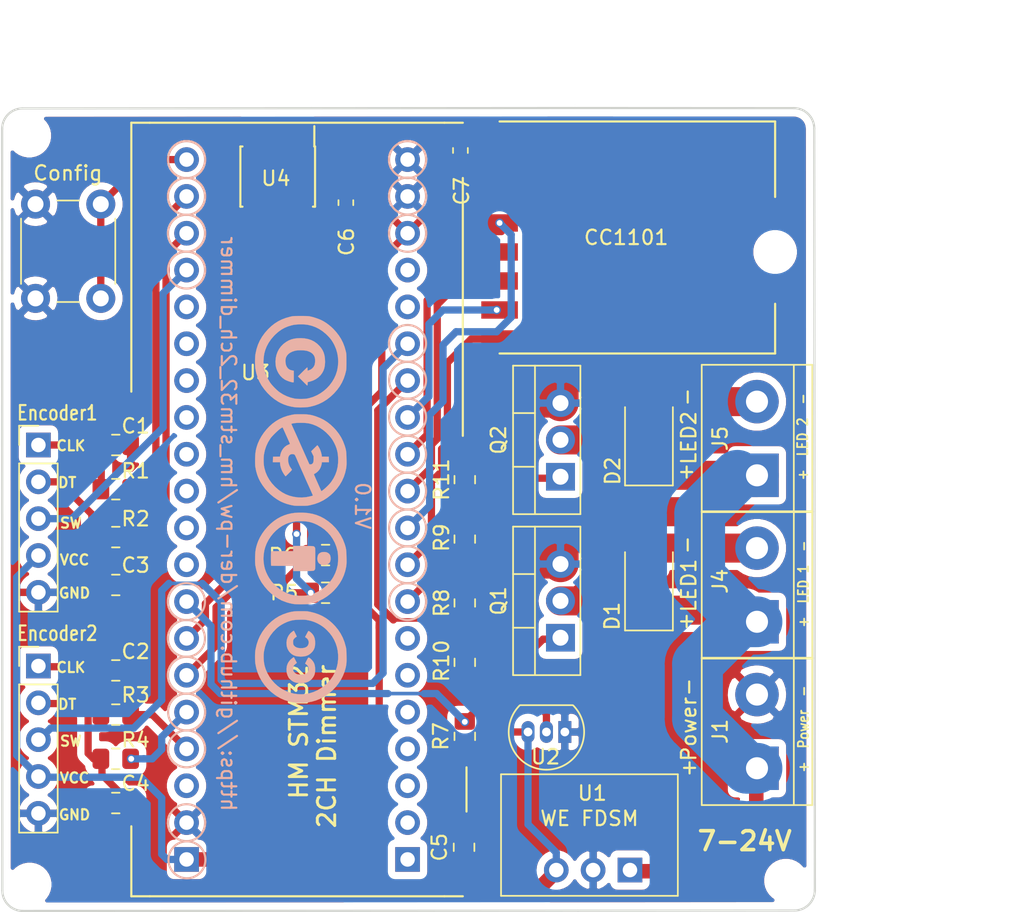
<source format=kicad_pcb>
(kicad_pcb (version 20171130) (host pcbnew "(5.1.2)-2")
  (layers (0 F.Cu signal) (31 B.Cu signal) (34 B.Paste user) (35 F.Paste user) (36 B.SilkS user) (37 F.SilkS user) (38 B.Mask user) (39 F.Mask user) (44 Edge.Cuts user))
  (net 0 "")
  (net 1 "Net-(C1-Pad1)")
  (net 2 GND)
  (net 3 "Net-(C2-Pad1)")
  (net 4 "Net-(C3-Pad1)")
  (net 5 "Net-(C4-Pad1)")
  (net 6 VCC)
  (net 7 "Net-(D1-Pad2)")
  (net 8 /MOSI)
  (net 9 /SCLK)
  (net 10 /MISO)
  (net 11 /GDO0)
  (net 12 /CSN)
  (net 13 /CLK1)
  (net 14 /DT1)
  (net 15 /SW1)
  (net 16 /CLK2)
  (net 17 /DT2)
  (net 18 /SW2)
  (net 19 /SDA)
  (net 20 /SCL)
  (net 21 /1WIRE)
  (net 22 /PWM1)
  (net 23 /PWM2)
  (net 24 "Net-(SW1-Pad2)")
  (net 25 +24V)
  (net 26 "Net-(D2-Pad2)")
  (net 27 "Net-(Q1-Pad1)")
  (net 28 "Net-(Q2-Pad1)")
  (net 29 "Net-(U5-Pad6)")
  (net 30 "Net-(U3-Pad3)")
  (net 31 "Net-(U3-Pad9)")
  (net 32 "Net-(U3-Pad10)")
  (net 33 "Net-(U3-Pad11)")
  (net 34 "Net-(U3-Pad12)")
  (net 35 "Net-(U3-Pad13)")
  (net 36 "Net-(U3-Pad14)")
  (net 37 "Net-(U3-Pad15)")
  (net 38 "Net-(U3-Pad16)")
  (net 39 "Net-(U3-Pad24)")
  (net 40 "Net-(U3-Pad25)")
  (net 41 "Net-(U3-Pad34)")
  (net 42 "Net-(U3-Pad35)")
  (net 43 "Net-(U3-Pad36)")
  (net 44 "Net-(U3-Pad37)")
  (net 45 "Net-(U3-Pad38)")
  (net 46 "Net-(U3-Pad39)")
  (net 47 "Net-(U3-Pad40)")
  (module Homebrew:CC_BY_NC_SA_40_26mm (layer B.Cu) (at 166 95.75 90)
    (fp_text reference G*** hide)
    (fp_text value LOGO hide)
  )
  (module MountingHole:MountingHole_2.1mm (layer F.Cu) (at 198.7 78)
    (fp_text reference REF** hide)
    (fp_text value MountingHole_2mm)
    (pad "" np_thru_hole circle (at 0 0) (size 2 2) (drill 2) (layers *.Cu *.Mask))
  )
  (module MountingHole:MountingHole_2.5mm (layer F.Cu) (at 199.45 121.35)
    (fp_text reference REF** hide)
    (fp_text value MountingHole_2mm hide)
    (pad "" np_thru_hole circle (at 0 0) (size 2 2) (drill 2) (layers *.Cu *.Mask))
  )
  (module MountingHole:MountingHole_2.5mm (layer F.Cu) (at 147.2692 69.977)
    (fp_text reference REF** hide)
    (fp_text value MountingHole_2mm hide)
    (pad "" np_thru_hole circle (at 0 0) (size 2 2) (drill 2) (layers *.Cu *.Mask))
  )
  (module MountingHole:MountingHole_2.5mm (layer F.Cu) (at 147.2946 121.6152)
    (fp_text reference REF** hide)
    (fp_text value MountingHole_2mm hide)
    (pad "" np_thru_hole circle (at 0 0) (size 2 2) (drill 2) (layers *.Cu *.Mask))
  )
  (module Homebrew:STM32F103Generic (layer F.Cu) (at 165.735 104.648 180)
    (fp_text reference U3 (at 2.865 18.328) (layer F.SilkS))
    (fp_text value STM32F103Generic)
    (pad 1 thru_hole rect (at 7.62 -15.24 180) (size 1.7 1.7) (drill 1) (layers *.Cu *.Mask) (net 6 VCC))
    (pad 2 thru_hole circle (at 7.62 -12.7 180) (size 1.7 1.7) (drill 1) (layers *.Cu *.Mask) (net 2 GND))
    (pad 3 thru_hole circle (at 7.62 -10.16 180) (size 1.7 1.7) (drill 1) (layers *.Cu *.Mask) (net 30 "Net-(U3-Pad3)"))
    (pad 4 thru_hole circle (at 7.62 -7.62 180) (size 1.7 1.7) (drill 1) (layers *.Cu *.Mask) (net 16 /CLK2))
    (pad 5 thru_hole circle (at 7.62 -5.08 180) (size 1.7 1.7) (drill 1) (layers *.Cu *.Mask) (net 17 /DT2))
    (pad 6 thru_hole circle (at 7.62 -2.54 180) (size 1.7 1.7) (drill 1) (layers *.Cu *.Mask) (net 19 /SDA))
    (pad 7 thru_hole circle (at 7.62 0 180) (size 1.7 1.7) (drill 1) (layers *.Cu *.Mask) (net 20 /SCL))
    (pad 8 thru_hole circle (at 7.62 2.54 180) (size 1.7 1.7) (drill 1) (layers *.Cu *.Mask) (net 21 /1WIRE))
    (pad 9 thru_hole circle (at 7.62 5.08 180) (size 1.7 1.7) (drill 1) (layers *.Cu *.Mask) (net 31 "Net-(U3-Pad9)"))
    (pad 10 thru_hole circle (at 7.62 7.62 180) (size 1.7 1.7) (drill 1) (layers *.Cu *.Mask) (net 32 "Net-(U3-Pad10)"))
    (pad 11 thru_hole circle (at 7.62 10.16 180) (size 1.7 1.7) (drill 1) (layers *.Cu *.Mask) (net 33 "Net-(U3-Pad11)"))
    (pad 12 thru_hole circle (at 7.62 12.7 180) (size 1.7 1.7) (drill 1) (layers *.Cu *.Mask) (net 34 "Net-(U3-Pad12)"))
    (pad 13 thru_hole circle (at 7.62 15.24 180) (size 1.7 1.7) (drill 1) (layers *.Cu *.Mask) (net 35 "Net-(U3-Pad13)"))
    (pad 14 thru_hole circle (at 7.62 17.78 180) (size 1.7 1.7) (drill 1) (layers *.Cu *.Mask) (net 36 "Net-(U3-Pad14)"))
    (pad 15 thru_hole circle (at 7.62 20.32 180) (size 1.7 1.7) (drill 1) (layers *.Cu *.Mask) (net 37 "Net-(U3-Pad15)"))
    (pad 16 thru_hole circle (at 7.62 22.86 180) (size 1.7 1.7) (drill 1) (layers *.Cu *.Mask) (net 38 "Net-(U3-Pad16)"))
    (pad 17 thru_hole circle (at 7.62 25.4 180) (size 1.7 1.7) (drill 1) (layers *.Cu *.Mask) (net 15 /SW1))
    (pad 18 thru_hole circle (at 7.62 27.94 180) (size 1.7 1.7) (drill 1) (layers *.Cu *.Mask) (net 14 /DT1))
    (pad 19 thru_hole circle (at 7.62 30.48 180) (size 1.7 1.7) (drill 1) (layers *.Cu *.Mask) (net 13 /CLK1))
    (pad 20 thru_hole circle (at 7.62 33.02 180) (size 1.7 1.7) (drill 1) (layers *.Cu *.Mask) (net 24 "Net-(SW1-Pad2)"))
    (pad 21 thru_hole circle (at -7.62 33.02 180) (size 1.7 1.7) (drill 1) (layers *.Cu *.Mask) (net 2 GND))
    (pad 22 thru_hole circle (at -7.62 30.48 180) (size 1.7 1.7) (drill 1) (layers *.Cu *.Mask) (net 2 GND))
    (pad 23 thru_hole circle (at -7.62 27.94 180) (size 1.7 1.7) (drill 1) (layers *.Cu *.Mask) (net 6 VCC))
    (pad 24 thru_hole circle (at -7.62 25.4 180) (size 1.7 1.7) (drill 1) (layers *.Cu *.Mask) (net 39 "Net-(U3-Pad24)"))
    (pad 25 thru_hole circle (at -7.62 22.86 180) (size 1.7 1.7) (drill 1) (layers *.Cu *.Mask) (net 40 "Net-(U3-Pad25)"))
    (pad 26 thru_hole circle (at -7.62 20.32 180) (size 1.7 1.7) (drill 1) (layers *.Cu *.Mask) (net 18 /SW2))
    (pad 27 thru_hole circle (at -7.62 17.78 180) (size 1.7 1.7) (drill 1) (layers *.Cu *.Mask) (net 22 /PWM1))
    (pad 28 thru_hole circle (at -7.62 15.24 180) (size 1.7 1.7) (drill 1) (layers *.Cu *.Mask) (net 11 /GDO0))
    (pad 29 thru_hole circle (at -7.62 12.7 180) (size 1.7 1.7) (drill 1) (layers *.Cu *.Mask) (net 8 /MOSI))
    (pad 30 thru_hole circle (at -7.62 10.16 180) (size 1.7 1.7) (drill 1) (layers *.Cu *.Mask) (net 10 /MISO))
    (pad 31 thru_hole circle (at -7.62 7.62 180) (size 1.7 1.7) (drill 1) (layers *.Cu *.Mask) (net 9 /SCLK))
    (pad 32 thru_hole circle (at -7.62 5.08 180) (size 1.7 1.7) (drill 1) (layers *.Cu *.Mask) (net 12 /CSN))
    (pad 33 thru_hole circle (at -7.62 2.54 180) (size 1.7 1.7) (drill 1) (layers *.Cu *.Mask) (net 23 /PWM2))
    (pad 34 thru_hole circle (at -7.62 0 180) (size 1.7 1.7) (drill 1) (layers *.Cu *.Mask) (net 41 "Net-(U3-Pad34)"))
    (pad 35 thru_hole circle (at -7.62 -2.54 180) (size 1.7 1.7) (drill 1) (layers *.Cu *.Mask) (net 42 "Net-(U3-Pad35)"))
    (pad 36 thru_hole circle (at -7.62 -5.08 180) (size 1.7 1.7) (drill 1) (layers *.Cu *.Mask) (net 43 "Net-(U3-Pad36)"))
    (pad 37 thru_hole circle (at -7.62 -7.62 180) (size 1.7 1.7) (drill 1) (layers *.Cu *.Mask) (net 44 "Net-(U3-Pad37)"))
    (pad 38 thru_hole circle (at -7.62 -10.16 180) (size 1.7 1.7) (drill 1) (layers *.Cu *.Mask) (net 45 "Net-(U3-Pad38)"))
    (pad 39 thru_hole circle (at -7.62 -12.7 180) (size 1.7 1.7) (drill 1) (layers *.Cu *.Mask) (net 46 "Net-(U3-Pad39)"))
    (pad 40 thru_hole rect (at -7.62 -15.24 180) (size 1.7 1.7) (drill 1) (layers *.Cu *.Mask) (net 47 "Net-(U3-Pad40)"))
  )
  (module Homebrew:CC1101_Module (layer F.Cu) (at 189.7 77 270)
    (fp_text reference U5 hide)
    (fp_text value CC1101 (at 0 1.27) (layer F.SilkS))
    (pad 1 smd rect (at -7 10 270) (size 1.2 2.524) (layers F.Cu F.Paste F.Mask) (net 6 VCC))
    (pad 2 smd rect (at -5 10 270) (size 1.2 2.524) (layers F.Cu F.Paste F.Mask) (net 2 GND))
    (pad 3 smd rect (at -3 10 270) (size 1.2 2.524) (layers F.Cu F.Paste F.Mask) (net 8 /MOSI))
    (pad 4 smd rect (at -1 10 270) (size 1.2 2.524) (layers F.Cu F.Paste F.Mask) (net 9 /SCLK))
    (pad 5 smd rect (at 1 10 270) (size 1.2 2.524) (layers F.Cu F.Paste F.Mask) (net 10 /MISO))
    (pad 6 smd rect (at 3 10 270) (size 1.2 2.524) (layers F.Cu F.Paste F.Mask) (net 29 "Net-(U5-Pad6)"))
    (pad 7 smd rect (at 5 10 270) (size 1.2 2.524) (layers F.Cu F.Paste F.Mask) (net 11 /GDO0))
    (pad 8 smd rect (at 7 10 270) (size 1.2 2.524) (layers F.Cu F.Paste F.Mask) (net 12 /CSN))
    (pad 10 smd rect (at -1.5 -9 270) (size 1.2 2.524) (layers F.Cu F.Paste F.Mask) (net 2 GND))
    (pad 11 smd rect (at 3.5 -9 270) (size 1.2 2.524) (layers F.Cu F.Paste F.Mask) (net 2 GND))
  )
  (module Homebrew:WE_FDSM_173950378 (layer F.Cu) (at 188.69 120.62 270)
    (fp_text reference U1 (at -5.3 2.6) (layer F.SilkS))
    (fp_text value 173950378)
    (fp_text user "WE FDSM" (at -3.556 2.794) (layer F.SilkS))
    (pad 3 thru_hole oval (at 0 5.08 270) (size 1.7 1.7) (drill 1) (layers *.Cu *.Mask) (net 6 VCC))
    (pad 2 thru_hole oval (at 0 2.54 270) (size 1.7 1.7) (drill 1) (layers *.Cu *.Mask) (net 2 GND))
    (pad 1 thru_hole rect (at 0 0 270) (size 1.7 1.7) (drill 1) (layers *.Cu *.Mask) (net 25 +24V))
  )
  (module Button_Switch_THT:SW_PUSH_6mm_H4.3mm (layer F.Cu) (at 147.7 81.2 90)
    (fp_text reference SW1 hide)
    (fp_text value Config (at 8.64 2.23 180) (layer F.SilkS))
    (pad 1 thru_hole circle (at 6.5 0 180) (size 2 2) (drill 1.1) (layers *.Cu *.Mask) (net 2 GND))
    (pad 2 thru_hole circle (at 6.5 4.5 180) (size 2 2) (drill 1.1) (layers *.Cu *.Mask) (net 24 "Net-(SW1-Pad2)"))
    (pad 1 thru_hole circle (at 0 0 180) (size 2 2) (drill 1.1) (layers *.Cu *.Mask) (net 2 GND))
    (pad 2 thru_hole circle (at 0 4.5 180) (size 2 2) (drill 1.1) (layers *.Cu *.Mask) (net 24 "Net-(SW1-Pad2)"))
  )
  (module Capacitor_SMD:C_0805_2012Metric_Pad1.15x1.40mm_HandSolder (layer F.Cu) (at 177.25 119.05 90)
    (fp_text reference C5 (at 0 -1.7 90) (layer F.SilkS))
    (fp_text value 10µ)
    (pad 1 smd roundrect (at -1.025 0 90) (size 1.15 1.4) (layers F.Cu F.Paste F.Mask) (roundrect_rratio 0.217391) (net 6 VCC))
    (pad 2 smd roundrect (at 1.025 0 90) (size 1.15 1.4) (layers F.Cu F.Paste F.Mask) (roundrect_rratio 0.217391) (net 2 GND))
  )
  (module Terminal_Blocks:TerminalBlock_bornier-2_P5.08mm (layer F.Cu) (at 197.45 93.4 90)
    (fp_text reference J5 (at 2.54 -2.54 90) (layer F.SilkS))
    (fp_text value LED2 (at 2.58 -4.7 90) (layer F.SilkS))
    (pad 1 thru_hole rect (at 0 0 90) (size 3 3) (drill 1.52) (layers *.Cu *.Mask) (net 25 +24V))
    (pad 2 thru_hole circle (at 5.08 0 90) (size 3 3) (drill 1.52) (layers *.Cu *.Mask) (net 26 "Net-(D2-Pad2)"))
  )
  (module Terminal_Blocks:TerminalBlock_bornier-2_P5.08mm (layer F.Cu) (at 197.45 113.6 90)
    (fp_text reference J1 (at 2.54 -2.54 90) (layer F.SilkS))
    (fp_text value Power (at 2.7 -4.7 90) (layer F.SilkS))
    (pad 1 thru_hole rect (at 0 0 90) (size 3 3) (drill 1.52) (layers *.Cu *.Mask) (net 25 +24V))
    (pad 2 thru_hole circle (at 5.08 0 90) (size 3 3) (drill 1.52) (layers *.Cu *.Mask) (net 2 GND))
  )
  (module Terminal_Blocks:TerminalBlock_bornier-2_P5.08mm (layer F.Cu) (at 197.45 103.5 90)
    (fp_text reference J4 (at 2.794 -2.54 90) (layer F.SilkS))
    (fp_text value LED1 (at 2.5 -4.7 90) (layer F.SilkS))
    (pad 1 thru_hole rect (at 0 0 90) (size 3 3) (drill 1.52) (layers *.Cu *.Mask) (net 25 +24V))
    (pad 2 thru_hole circle (at 5.08 0 90) (size 3 3) (drill 1.52) (layers *.Cu *.Mask) (net 7 "Net-(D1-Pad2)"))
  )
  (module Diodes_SMD:D_SMA (layer F.Cu) (at 190 90.7 90)
    (fp_text reference D2 (at -2.4 -2.5 90) (layer F.SilkS))
    (fp_text value SS14)
    (pad 1 smd rect (at -2 0 90) (size 2.5 1.8) (layers F.Cu F.Paste F.Mask) (net 25 +24V))
    (pad 2 smd rect (at 2 0 90) (size 2.5 1.8) (layers F.Cu F.Paste F.Mask) (net 26 "Net-(D2-Pad2)"))
  )
  (module Resistor_SMD:R_0805_2012Metric_Pad1.15x1.40mm_HandSolder (layer F.Cu) (at 167.7 101.5 180)
    (fp_text reference R5 (at 2.85 0 180) (layer F.SilkS))
    (fp_text value 4k7)
    (pad 2 smd roundrect (at 1.025 0 180) (size 1.15 1.4) (layers F.Cu F.Paste F.Mask) (roundrect_rratio 0.217391) (net 19 /SDA))
    (pad 1 smd roundrect (at -1.025 0 180) (size 1.15 1.4) (layers F.Cu F.Paste F.Mask) (roundrect_rratio 0.217391) (net 6 VCC))
  )
  (module Resistor_SMD:R_0805_2012Metric_Pad1.15x1.40mm_HandSolder (layer F.Cu) (at 167.7 98.9 180)
    (fp_text reference R6 (at 2.95 -0.05) (layer F.SilkS))
    (fp_text value 4k7)
    (pad 1 smd roundrect (at -1.025 0 180) (size 1.15 1.4) (layers F.Cu F.Paste F.Mask) (roundrect_rratio 0.217391) (net 6 VCC))
    (pad 2 smd roundrect (at 1.025 0 180) (size 1.15 1.4) (layers F.Cu F.Paste F.Mask) (roundrect_rratio 0.217391) (net 20 /SCL))
  )
  (module Resistor_SMD:R_0805_2012Metric_Pad1.15x1.40mm_HandSolder (layer F.Cu) (at 177.3 111.4 90)
    (fp_text reference R7 (at 0 -1.65 90) (layer F.SilkS))
    (fp_text value 4k7)
    (pad 1 smd roundrect (at -1.025 0 90) (size 1.15 1.4) (layers F.Cu F.Paste F.Mask) (roundrect_rratio 0.217391) (net 6 VCC))
    (pad 2 smd roundrect (at 1.025 0 90) (size 1.15 1.4) (layers F.Cu F.Paste F.Mask) (roundrect_rratio 0.217391) (net 21 /1WIRE))
  )
  (module Housings_SOIC:SOIC-8_3.9x4.9mm_Pitch1.27mm (layer F.Cu) (at 164.4 72.8 270)
    (fp_text reference U4 (at 0.127 0.127) (layer F.SilkS))
    (fp_text value AT24CS32)
    (pad 1 smd rect (at -2.7 -1.905 270) (size 1.55 0.6) (layers F.Cu F.Paste F.Mask) (net 2 GND))
    (pad 2 smd rect (at -2.7 -0.635 270) (size 1.55 0.6) (layers F.Cu F.Paste F.Mask) (net 2 GND))
    (pad 3 smd rect (at -2.7 0.635 270) (size 1.55 0.6) (layers F.Cu F.Paste F.Mask) (net 2 GND))
    (pad 4 smd rect (at -2.7 1.905 270) (size 1.55 0.6) (layers F.Cu F.Paste F.Mask) (net 2 GND))
    (pad 5 smd rect (at 2.7 1.905 270) (size 1.55 0.6) (layers F.Cu F.Paste F.Mask) (net 19 /SDA))
    (pad 6 smd rect (at 2.7 0.635 270) (size 1.55 0.6) (layers F.Cu F.Paste F.Mask) (net 20 /SCL))
    (pad 7 smd rect (at 2.7 -0.635 270) (size 1.55 0.6) (layers F.Cu F.Paste F.Mask) (net 2 GND))
    (pad 8 smd rect (at 2.7 -1.905 270) (size 1.55 0.6) (layers F.Cu F.Paste F.Mask) (net 6 VCC))
  )
  (module Diodes_SMD:D_SMA (layer F.Cu) (at 190 100.7 90)
    (fp_text reference D1 (at -2.413 -2.54 90) (layer F.SilkS))
    (fp_text value SS14)
    (pad 1 smd rect (at -2 0 90) (size 2.5 1.8) (layers F.Cu F.Paste F.Mask) (net 25 +24V))
    (pad 2 smd rect (at 2 0 90) (size 2.5 1.8) (layers F.Cu F.Paste F.Mask) (net 7 "Net-(D1-Pad2)"))
  )
  (module Pin_Headers:Pin_Header_Straight_1x05_Pitch2.54mm (layer F.Cu) (at 147.898 91.31)
    (fp_text reference J2 hide)
    (fp_text value Encoder1 (at 1.302 -2.21) (layer F.SilkS) (effects (font (size 1 0.8))))
    (pad 1 thru_hole rect (at 0 0) (size 1.7 1.7) (drill 1) (layers *.Cu *.Mask) (net 1 "Net-(C1-Pad1)"))
    (pad 2 thru_hole oval (at 0 2.54) (size 1.7 1.7) (drill 1) (layers *.Cu *.Mask) (net 4 "Net-(C3-Pad1)"))
    (pad 3 thru_hole oval (at 0 5.08) (size 1.7 1.7) (drill 1) (layers *.Cu *.Mask) (net 15 /SW1))
    (pad 4 thru_hole oval (at 0 7.62) (size 1.7 1.7) (drill 1) (layers *.Cu *.Mask) (net 6 VCC))
    (pad 5 thru_hole oval (at 0 10.16) (size 1.7 1.7) (drill 1) (layers *.Cu *.Mask) (net 2 GND))
  )
  (module Pin_Headers:Pin_Header_Straight_1x05_Pitch2.54mm (layer F.Cu) (at 147.898 106.55)
    (fp_text reference J3 hide)
    (fp_text value Encoder2 (at 1.302 -2.25 180) (layer F.SilkS) (effects (font (size 1 0.8))))
    (pad 1 thru_hole rect (at 0 0) (size 1.7 1.7) (drill 1) (layers *.Cu *.Mask) (net 3 "Net-(C2-Pad1)"))
    (pad 2 thru_hole oval (at 0 2.54) (size 1.7 1.7) (drill 1) (layers *.Cu *.Mask) (net 5 "Net-(C4-Pad1)"))
    (pad 3 thru_hole oval (at 0 5.08) (size 1.7 1.7) (drill 1) (layers *.Cu *.Mask) (net 18 /SW2))
    (pad 4 thru_hole oval (at 0 7.62) (size 1.7 1.7) (drill 1) (layers *.Cu *.Mask) (net 6 VCC))
    (pad 5 thru_hole oval (at 0 10.16) (size 1.7 1.7) (drill 1) (layers *.Cu *.Mask) (net 2 GND))
  )
  (module TO_SOT_Packages_THT:TO-92_Inline_Narrow_Oval (layer F.Cu) (at 184.2 111.1 180)
    (fp_text reference U2 (at 1.3335 -1.7145 180) (layer F.SilkS))
    (fp_text value DS18B20)
    (pad 2 thru_hole oval (at 1.27 0) (size 0.9 1.5) (drill 0.6) (layers *.Cu *.Mask) (net 21 /1WIRE))
    (pad 3 thru_hole oval (at 2.54 0) (size 0.9 1.5) (drill 0.6) (layers *.Cu *.Mask) (net 6 VCC))
    (pad 1 thru_hole rect (at 0 0) (size 0.9 1.5) (drill 0.6) (layers *.Cu *.Mask) (net 2 GND))
  )
  (module Capacitor_SMD:C_0805_2012Metric_Pad1.15x1.40mm_HandSolder (layer F.Cu) (at 153.232 91.31)
    (fp_text reference C1 (at 1.368 -1.31) (layer F.SilkS))
    (fp_text value 100n)
    (pad 1 smd roundrect (at -1.025 0) (size 1.15 1.4) (layers F.Cu F.Paste F.Mask) (roundrect_rratio 0.217391) (net 1 "Net-(C1-Pad1)"))
    (pad 2 smd roundrect (at 1.025 0) (size 1.15 1.4) (layers F.Cu F.Paste F.Mask) (roundrect_rratio 0.217391) (net 2 GND))
  )
  (module Capacitor_SMD:C_0805_2012Metric_Pad1.15x1.40mm_HandSolder (layer F.Cu) (at 153.232 106.854)
    (fp_text reference C2 (at 1.368 -1.304) (layer F.SilkS))
    (fp_text value 100n)
    (pad 1 smd roundrect (at -1.025 0) (size 1.15 1.4) (layers F.Cu F.Paste F.Mask) (roundrect_rratio 0.217391) (net 3 "Net-(C2-Pad1)"))
    (pad 2 smd roundrect (at 1.025 0) (size 1.15 1.4) (layers F.Cu F.Paste F.Mask) (roundrect_rratio 0.217391) (net 2 GND))
  )
  (module Capacitor_SMD:C_0805_2012Metric_Pad1.15x1.40mm_HandSolder (layer F.Cu) (at 153.232 100.962 180)
    (fp_text reference C3 (at -1.368 1.362) (layer F.SilkS))
    (fp_text value 100n)
    (pad 2 smd roundrect (at 1.025 0 180) (size 1.15 1.4) (layers F.Cu F.Paste F.Mask) (roundrect_rratio 0.217391) (net 2 GND))
    (pad 1 smd roundrect (at -1.025 0 180) (size 1.15 1.4) (layers F.Cu F.Paste F.Mask) (roundrect_rratio 0.217391) (net 4 "Net-(C3-Pad1)"))
  )
  (module Capacitor_SMD:C_0805_2012Metric_Pad1.15x1.40mm_HandSolder (layer F.Cu) (at 153.232 115.998 180)
    (fp_text reference C4 (at -1.368 1.348) (layer F.SilkS))
    (fp_text value 100n)
    (pad 2 smd roundrect (at 1.025 0 180) (size 1.15 1.4) (layers F.Cu F.Paste F.Mask) (roundrect_rratio 0.217391) (net 2 GND))
    (pad 1 smd roundrect (at -1.025 0 180) (size 1.15 1.4) (layers F.Cu F.Paste F.Mask) (roundrect_rratio 0.217391) (net 5 "Net-(C4-Pad1)"))
  )
  (module Resistor_SMD:R_0805_2012Metric_Pad1.15x1.40mm_HandSolder (layer F.Cu) (at 153.232 94.358 180)
    (fp_text reference R1 (at -1.368 1.258) (layer F.SilkS))
    (fp_text value 10k)
    (pad 1 smd roundrect (at -1.025 0 180) (size 1.15 1.4) (layers F.Cu F.Paste F.Mask) (roundrect_rratio 0.217391) (net 13 /CLK1))
    (pad 2 smd roundrect (at 1.025 0 180) (size 1.15 1.4) (layers F.Cu F.Paste F.Mask) (roundrect_rratio 0.217391) (net 1 "Net-(C1-Pad1)"))
  )
  (module Resistor_SMD:R_0805_2012Metric_Pad1.15x1.40mm_HandSolder (layer F.Cu) (at 153.232 97.66 180)
    (fp_text reference R2 (at -1.368 1.26) (layer F.SilkS))
    (fp_text value 10k)
    (pad 2 smd roundrect (at 1.025 0 180) (size 1.15 1.4) (layers F.Cu F.Paste F.Mask) (roundrect_rratio 0.217391) (net 4 "Net-(C3-Pad1)"))
    (pad 1 smd roundrect (at -1.025 0 180) (size 1.15 1.4) (layers F.Cu F.Paste F.Mask) (roundrect_rratio 0.217391) (net 14 /DT1))
  )
  (module Resistor_SMD:R_0805_2012Metric_Pad1.15x1.40mm_HandSolder (layer F.Cu) (at 153.232 109.902 180)
    (fp_text reference R3 (at -1.368 1.352) (layer F.SilkS))
    (fp_text value 10k)
    (pad 1 smd roundrect (at -1.025 0 180) (size 1.15 1.4) (layers F.Cu F.Paste F.Mask) (roundrect_rratio 0.217391) (net 16 /CLK2))
    (pad 2 smd roundrect (at 1.025 0 180) (size 1.15 1.4) (layers F.Cu F.Paste F.Mask) (roundrect_rratio 0.217391) (net 3 "Net-(C2-Pad1)"))
  )
  (module Resistor_SMD:R_0805_2012Metric_Pad1.15x1.40mm_HandSolder (layer F.Cu) (at 153.232 112.95 180)
    (fp_text reference R4 (at -1.368 1.3) (layer F.SilkS))
    (fp_text value 10k)
    (pad 2 smd roundrect (at 1.025 0 180) (size 1.15 1.4) (layers F.Cu F.Paste F.Mask) (roundrect_rratio 0.217391) (net 5 "Net-(C4-Pad1)"))
    (pad 1 smd roundrect (at -1.025 0 180) (size 1.15 1.4) (layers F.Cu F.Paste F.Mask) (roundrect_rratio 0.217391) (net 17 /DT2))
  )
  (module Resistor_SMD:R_0805_2012Metric_Pad1.15x1.40mm_HandSolder (layer F.Cu) (at 177.3 102.2 90)
    (fp_text reference R8 (at 0 -1.6 90) (layer F.SilkS))
    (fp_text value 100R)
    (pad 2 smd roundrect (at 1.025 0 90) (size 1.15 1.4) (layers F.Cu F.Paste F.Mask) (roundrect_rratio 0.217391) (net 22 /PWM1))
    (pad 1 smd roundrect (at -1.025 0 90) (size 1.15 1.4) (layers F.Cu F.Paste F.Mask) (roundrect_rratio 0.217391) (net 27 "Net-(Q1-Pad1)"))
  )
  (module Resistor_SMD:R_0805_2012Metric_Pad1.15x1.40mm_HandSolder (layer F.Cu) (at 177.3 106.3 90)
    (fp_text reference R10 (at 0.1 -1.6 90) (layer F.SilkS))
    (fp_text value 100k)
    (pad 1 smd roundrect (at -1.025 0 90) (size 1.15 1.4) (layers F.Cu F.Paste F.Mask) (roundrect_rratio 0.217391) (net 2 GND))
    (pad 2 smd roundrect (at 1.025 0 90) (size 1.15 1.4) (layers F.Cu F.Paste F.Mask) (roundrect_rratio 0.217391) (net 27 "Net-(Q1-Pad1)"))
  )
  (module Resistor_SMD:R_0805_2012Metric_Pad1.15x1.40mm_HandSolder (layer F.Cu) (at 177.3 97.8 270)
    (fp_text reference R9 (at -0.1 1.6 90) (layer F.SilkS))
    (fp_text value 100R)
    (pad 2 smd roundrect (at 1.025 0 270) (size 1.15 1.4) (layers F.Cu F.Paste F.Mask) (roundrect_rratio 0.217391) (net 23 /PWM2))
    (pad 1 smd roundrect (at -1.025 0 270) (size 1.15 1.4) (layers F.Cu F.Paste F.Mask) (roundrect_rratio 0.217391) (net 28 "Net-(Q2-Pad1)"))
  )
  (module Resistor_SMD:R_0805_2012Metric_Pad1.15x1.40mm_HandSolder (layer F.Cu) (at 177.3 93.7 270)
    (fp_text reference R11 (at 0 1.6 90) (layer F.SilkS))
    (fp_text value 100k)
    (pad 1 smd roundrect (at -1.025 0 270) (size 1.15 1.4) (layers F.Cu F.Paste F.Mask) (roundrect_rratio 0.217391) (net 2 GND))
    (pad 2 smd roundrect (at 1.025 0 270) (size 1.15 1.4) (layers F.Cu F.Paste F.Mask) (roundrect_rratio 0.217391) (net 28 "Net-(Q2-Pad1)"))
  )
  (module Package_TO_SOT_THT:TO-220-3_Vertical (layer F.Cu) (at 183.9 104.6 90)
    (fp_text reference Q1 (at 2.54 -4.27 90) (layer F.SilkS))
    (fp_text value IRF3708)
    (pad 3 thru_hole oval (at 5.08 0 90) (size 1.905 2) (drill 1.1) (layers *.Cu *.Mask) (net 2 GND))
    (pad 2 thru_hole oval (at 2.54 0 90) (size 1.905 2) (drill 1.1) (layers *.Cu *.Mask) (net 7 "Net-(D1-Pad2)"))
    (pad 1 thru_hole rect (at 0 0 90) (size 1.905 2) (drill 1.1) (layers *.Cu *.Mask) (net 27 "Net-(Q1-Pad1)"))
  )
  (module Package_TO_SOT_THT:TO-220-3_Vertical (layer F.Cu) (at 183.9 93.5 90)
    (fp_text reference Q2 (at 2.54 -4.27 90) (layer F.SilkS))
    (fp_text value IRF3708)
    (pad 1 thru_hole rect (at 0 0 90) (size 1.905 2) (drill 1.1) (layers *.Cu *.Mask) (net 28 "Net-(Q2-Pad1)"))
    (pad 2 thru_hole oval (at 2.54 0 90) (size 1.905 2) (drill 1.1) (layers *.Cu *.Mask) (net 26 "Net-(D2-Pad2)"))
    (pad 3 thru_hole oval (at 5.08 0 90) (size 1.905 2) (drill 1.1) (layers *.Cu *.Mask) (net 2 GND))
  )
  (module Capacitor_SMD:C_0603_1608Metric_Pad1.05x0.95mm_HandSolder (layer F.Cu) (at 177 71 270)
    (fp_text reference C7 (at 2.81 -0.08 90) (layer F.SilkS))
    (fp_text value 100n)
    (pad 1 smd roundrect (at -0.875 0 270) (size 1.05 0.95) (layers F.Cu F.Paste F.Mask) (net 6 VCC))
    (pad 2 smd roundrect (at 0.875 0 270) (size 1.05 0.95) (layers F.Cu F.Paste F.Mask) (net 2 GND))
  )
  (module Capacitor_SMD:C_0603_1608Metric_Pad1.05x0.95mm_HandSolder (layer F.Cu) (at 169.1 74.6 90)
    (fp_text reference C6 (at -2.7 0.04 90) (layer F.SilkS))
    (fp_text value 100n)
    (pad 2 smd roundrect (at 0.875 0 90) (size 1.05 0.95) (layers F.Cu F.Paste F.Mask) (net 2 GND))
    (pad 1 smd roundrect (at -0.875 0 90) (size 1.05 0.95) (layers F.Cu F.Paste F.Mask) (net 6 VCC))
  )
  (gr_text V1.0 (at 170.25 95.5 270) (layer B.SilkS) (effects (font (size 1 1)) (justify mirror)))
  (gr_text https://github.com/der-pw/hm_stm32_2ch_dimmer (at 161 96.75 270) (layer B.SilkS) (effects (font (size 1 1)) (justify mirror)))
  (gr_arc (start 200.032396 122.001343) (end 200.028826 123.408943) (angle -90.2) (layer Edge.Cuts) (width 0.15))
  (gr_arc (start 199.991343 69.487604) (end 201.398943 69.491174) (angle -90.2) (layer Edge.Cuts) (width 0.15))
  (gr_arc (start 146.80643 69.5076) (end 146.81 68.1) (angle -90.2) (layer Edge.Cuts) (width 0.15))
  (gr_arc (start 146.818657 122.032396) (end 145.411057 122.028826) (angle -90.2) (layer Edge.Cuts) (width 0.15))
  (gr_circle (center 158.115 117.352754) (end 158.965 118.302754) (layer B.SilkS) (width 0.15))
  (gr_circle (center 173.355 71.632754) (end 174.205 72.582754) (layer B.SilkS) (width 0.15))
  (gr_circle (center 173.355 74.147354) (end 174.205 75.097354) (layer B.SilkS) (width 0.15))
  (gr_circle (center 173.355 76.712754) (end 174.205 77.662754) (layer B.SilkS) (width 0.15))
  (gr_circle (center 173.355 84.307354) (end 174.205 85.257354) (layer B.SilkS) (width 0.15))
  (gr_circle (center 173.355 86.847354) (end 174.205 87.797354) (layer B.SilkS) (width 0.15))
  (gr_circle (center 173.355 89.387354) (end 174.205 90.337354) (layer B.SilkS) (width 0.15))
  (gr_circle (center 173.355 91.952754) (end 174.205 92.902754) (layer B.SilkS) (width 0.15))
  (gr_circle (center 173.355 94.488) (end 174.205 95.438) (layer B.SilkS) (width 0.15))
  (gr_circle (center 173.355 97.028) (end 174.205 97.978) (layer B.SilkS) (width 0.15))
  (gr_circle (center 173.355 99.568) (end 174.205 100.518) (layer B.SilkS) (width 0.15))
  (gr_circle (center 173.355 102.108) (end 174.205 103.058) (layer B.SilkS) (width 0.15))
  (gr_circle (center 158.1404 119.9134) (end 158.9904 120.8634) (layer B.SilkS) (width 0.15))
  (gr_circle (center 158.115 112.263246) (end 158.965 113.213246) (layer B.SilkS) (width 0.15))
  (gr_circle (center 158.115 109.723246) (end 158.965 110.673246) (layer B.SilkS) (width 0.15))
  (gr_circle (center 158.110246 107.188) (end 158.960246 108.138) (layer B.SilkS) (width 0.15))
  (gr_circle (center 158.110246 104.648) (end 158.960246 105.598) (layer B.SilkS) (width 0.15))
  (gr_circle (center 158.110246 102.112754) (end 158.960246 103.062754) (layer B.SilkS) (width 0.15))
  (gr_circle (center 158.110246 79.248) (end 158.960246 80.198) (layer B.SilkS) (width 0.15))
  (gr_circle (center 158.110246 76.708) (end 158.960246 77.658) (layer B.SilkS) (width 0.15))
  (gr_circle (center 158.110246 74.168) (end 158.960246 75.118) (layer B.SilkS) (width 0.15))
  (gr_circle (center 158.115 71.632754) (end 158.965 72.582754) (layer B.SilkS) (width 0.15))
  (gr_text "+  Power  -" (at 200.65 110.9 90) (layer F.SilkS) (effects (font (size 0.7 0.6) (thickness 0.125))))
  (gr_text "+  LED 1  -" (at 200.65 100.9 90) (layer F.SilkS) (effects (font (size 0.7 0.6) (thickness 0.125))))
  (gr_text "+  LED 2  -" (at 200.6 90.75 90) (layer F.SilkS) (effects (font (size 0.7 0.6) (thickness 0.125))))
  (gr_text - (at 192.7 108 90) (layer F.SilkS) (effects (font (size 1 1))))
  (gr_text + (at 192.8 113.5) (layer F.SilkS) (effects (font (size 1 1))))
  (gr_text "7-24V\n" (at 196.6 118.62) (layer F.SilkS) (effects (font (size 1.3 1.3) (thickness 0.25))))
  (gr_text - (at 192.6 98.2 90) (layer F.SilkS) (effects (font (size 1 1))))
  (gr_text - (at 192.6 88 90) (layer F.SilkS) (effects (font (size 1 1))))
  (gr_text + (at 192.6 93.1) (layer F.SilkS) (effects (font (size 1 1))))
  (gr_text + (at 192.6 103.4) (layer F.SilkS) (effects (font (size 1 1))))
  (gr_text "HM STM32\n2CH Dimmer\n" (at 166.82 106.33 90) (layer F.SilkS) (effects (font (size 1.2 1.2) (thickness 0.2)) (justify right)))
  (gr_line (start 184.9 68.072) (end 146.81 68.1) (angle 90) (layer Edge.Cuts) (width 0.15))
  (gr_line (start 184.9 68.072) (end 199.99 68.08) (angle 90) (layer Edge.Cuts) (width 0.15))
  (gr_line (start 185.1 123.42) (end 146.82 123.44) (angle 90) (layer Edge.Cuts) (width 0.15))
  (gr_line (start 200.028826 123.408943) (end 185.1 123.42) (angle 90) (layer Edge.Cuts) (width 0.15))
  (gr_line (start 145.398826 69.508943) (end 145.411057 122.028826) (angle 90) (layer Edge.Cuts) (width 0.15))
  (gr_line (start 201.398943 69.491174) (end 201.44 122) (angle 90) (layer Edge.Cuts) (width 0.15))
  (gr_text GND (at 150.388 116.81) (layer F.SilkS) (effects (font (size 0.7 0.7))))
  (gr_text VCC (at 150.388 114.27) (layer F.SilkS) (effects (font (size 0.7 0.7))))
  (gr_text SW (at 150.134 111.73) (layer F.SilkS) (effects (font (size 0.7 0.7))))
  (gr_text DT (at 149.88 109.19) (layer F.SilkS) (effects (font (size 0.7 0.7))))
  (gr_text CLK (at 150.134 106.65) (layer F.SilkS) (effects (font (size 0.7 0.7))))
  (gr_text CLK (at 150.134 91.36) (layer F.SilkS) (effects (font (size 0.7 0.7))))
  (gr_text DT (at 149.88 93.9) (layer F.SilkS) (effects (font (size 0.7 0.7))))
  (gr_text SW (at 150.134 96.694) (layer F.SilkS) (effects (font (size 0.7 0.7))))
  (gr_text VCC (at 150.388 99.234) (layer F.SilkS) (effects (font (size 0.7 0.7))))
  (gr_text GND (at 150.388 101.52) (layer F.SilkS) (effects (font (size 0.7 0.7))))
  (segment (start 152.232 91.31) (end 152.232 94.308) (width 0.5) (layer F.Cu) (net 1))
  (segment (start 147.898 91.31) (end 152.232 91.31) (width 0.5) (layer F.Cu) (net 1))
  (segment (start 177.225 72) (end 177 71.775) (width 0.5) (layer F.Cu) (net 2))
  (segment (start 179.7 72) (end 177.225 72) (width 0.5) (layer F.Cu) (net 2))
  (segment (start 198.82944 80.59344) (end 199.49144 80.59344) (width 0.5) (layer F.Cu) (net 2))
  (segment (start 183.9 99.52) (end 183.9 97.88) (width 2.5) (layer F.Cu) (net 2))
  (segment (start 183.9 88.42) (end 183.9 87.09) (width 2.5) (layer F.Cu) (net 2))
  (segment (start 183.9 88.42) (end 182.63 88.42) (width 2) (layer F.Cu) (net 2))
  (segment (start 183.9 99.52) (end 182.69 99.52) (width 2) (layer F.Cu) (net 2))
  (segment (start 152.232 106.854) (end 152.232 109.852) (width 0.5) (layer F.Cu) (net 3))
  (segment (start 152.232 109.852) (end 152.282 109.902) (width 0.5) (layer F.Cu) (net 3))
  (segment (start 151.978 106.6) (end 152.232 106.854) (width 0.5) (layer F.Cu) (net 3))
  (segment (start 147.898 106.6) (end 151.978 106.6) (width 0.5) (layer F.Cu) (net 3))
  (segment (start 152.282 97.66) (end 152.282 99.012) (width 0.5) (layer F.Cu) (net 4))
  (segment (start 152.282 99.012) (end 154.232 100.962) (width 0.5) (layer F.Cu) (net 4))
  (segment (start 149.35 93.85) (end 147.898 93.85) (width 0.5) (layer F.Cu) (net 4))
  (segment (start 151.583628 96.083628) (end 149.35 93.85) (width 0.5) (layer F.Cu) (net 4))
  (segment (start 152.207 97.66) (end 151.583628 97.036628) (width 0.5) (layer F.Cu) (net 4))
  (segment (start 151.583628 97.036628) (end 151.583628 96.083628) (width 0.5) (layer F.Cu) (net 4))
  (segment (start 151.327 109.775) (end 151.327 112.569) (width 0.5) (layer F.Cu) (net 5))
  (segment (start 150.692 109.14) (end 151.327 109.775) (width 0.5) (layer F.Cu) (net 5))
  (segment (start 152.282 112.95) (end 152.282 114.048) (width 0.5) (layer F.Cu) (net 5))
  (segment (start 152.282 114.048) (end 154.232 115.998) (width 0.5) (layer F.Cu) (net 5))
  (segment (start 151.327 112.569) (end 151.708 112.95) (width 0.5) (layer F.Cu) (net 5))
  (segment (start 151.708 112.95) (end 152.282 112.95) (width 0.5) (layer F.Cu) (net 5))
  (segment (start 147.898 109.14) (end 150.692 109.14) (width 0.5) (layer F.Cu) (net 5))
  (segment (start 173.355 76.708) (end 175.34636 74.71664) (width 0.5) (layer F.Cu) (net 6))
  (segment (start 175.34636 74.71664) (end 175.34636 74.60872) (width 0.5) (layer F.Cu) (net 6))
  (segment (start 162.763 119.888) (end 162.9 120.025) (width 0.5) (layer F.Cu) (net 6))
  (segment (start 175.34636 74.71664) (end 175.34636 71.67864) (width 0.5) (layer F.Cu) (net 6))
  (segment (start 179.675 70.025) (end 179.7 70) (width 0.5) (layer F.Cu) (net 6))
  (segment (start 177 70.025) (end 179.675 70.025) (width 0.5) (layer F.Cu) (net 6))
  (segment (start 167.688 119.888) (end 158.115 119.888) (width 1) (layer F.Cu) (net 6))
  (segment (start 172.1 122) (end 169.8 122) (width 1) (layer F.Cu) (net 6))
  (segment (start 169.8 122) (end 167.688 119.888) (width 1) (layer F.Cu) (net 6))
  (segment (start 174.9 122) (end 172.1 122) (width 1) (layer F.Cu) (net 6))
  (segment (start 168.725 101.5) (end 168.725 98.9) (width 0.5) (layer F.Cu) (net 6))
  (segment (start 170.59999 88.60001) (end 170.59999 102.589953) (width 0.5) (layer F.Cu) (net 6))
  (segment (start 171.577 87.623) (end 170.59999 88.60001) (width 0.5) (layer F.Cu) (net 6))
  (segment (start 171.577 78.486) (end 171.577 87.623) (width 0.5) (layer F.Cu) (net 6))
  (segment (start 173.355 76.708) (end 171.577 78.486) (width 0.5) (layer F.Cu) (net 6))
  (segment (start 180.28 122) (end 180.2 122) (width 0.5) (layer F.Cu) (net 6))
  (segment (start 172.272 75.625) (end 169.1 75.625) (width 0.5) (layer F.Cu) (net 6))
  (segment (start 173.355 76.708) (end 172.272 75.625) (width 0.5) (layer F.Cu) (net 6))
  (segment (start 166.43 75.625) (end 166.305 75.5) (width 0.5) (layer F.Cu) (net 6))
  (segment (start 169.1 75.625) (end 166.43 75.625) (width 0.5) (layer F.Cu) (net 6))
  (segment (start 175.34636 71.15364) (end 175.34636 71.67864) (width 0.5) (layer F.Cu) (net 6))
  (segment (start 175.34636 71.15364) (end 175.34636 70.45364) (width 0.5) (layer F.Cu) (net 6))
  (segment (start 175.7375 70.0625) (end 177 70.0625) (width 0.5) (layer F.Cu) (net 6))
  (segment (start 175.34636 70.45364) (end 175.7375 70.0625) (width 0.5) (layer F.Cu) (net 6))
  (segment (start 177.3 112.575) (end 177.3 112.575) (width 0.5) (layer F.Cu) (net 6))
  (segment (start 171.75 121.65) (end 172.1 122) (width 0.5) (layer F.Cu) (net 6))
  (segment (start 171.4 121.3) (end 171.75 121.65) (width 0.5) (layer F.Cu) (net 6))
  (segment (start 171.4 103.9) (end 171.4 121.3) (width 0.5) (layer F.Cu) (net 6))
  (segment (start 180.28 122) (end 182.32 122) (width 1) (layer F.Cu) (net 6))
  (segment (start 171.4 103.9) (end 171.4 103.8) (width 0.5) (layer F.Cu) (net 6))
  (segment (start 171.4 103.9) (end 171.4 103.4) (width 0.5) (layer F.Cu) (net 6))
  (segment (start 169.5 101.5) (end 168.725 101.5) (width 0.5) (layer F.Cu) (net 6))
  (segment (start 171.4 103.4) (end 169.5 101.5) (width 0.5) (layer F.Cu) (net 6))
  (segment (start 178.5 122) (end 178.7 122) (width 0.5) (layer F.Cu) (net 6))
  (segment (start 177.25 120.75) (end 178.5 122) (width 0.5) (layer F.Cu) (net 6))
  (segment (start 177.25 120.075) (end 177.25 120.75) (width 0.5) (layer F.Cu) (net 6))
  (segment (start 180.28 122) (end 178.7 122) (width 1) (layer F.Cu) (net 6))
  (segment (start 178.7 122) (end 174.9 122) (width 1) (layer F.Cu) (net 6))
  (segment (start 154.17 114.22) (end 147.898 114.22) (width 0.5) (layer B.Cu) (net 6))
  (segment (start 156.765 119.888) (end 158.115 119.888) (width 0.5) (layer B.Cu) (net 6))
  (segment (start 156.4 119.523) (end 156.765 119.888) (width 0.5) (layer B.Cu) (net 6))
  (segment (start 156.4 115.65) (end 156.4 119.523) (width 0.5) (layer B.Cu) (net 6))
  (segment (start 154.17 114.22) (end 154.97 114.22) (width 0.5) (layer B.Cu) (net 6))
  (segment (start 154.97 114.22) (end 156.4 115.65) (width 0.5) (layer B.Cu) (net 6))
  (segment (start 146.597999 112.869999) (end 146.569999 112.869999) (width 0.5) (layer B.Cu) (net 6))
  (segment (start 147.898 114.17) (end 146.597999 112.869999) (width 0.5) (layer B.Cu) (net 6))
  (segment (start 146.569999 112.869999) (end 146.4 112.7) (width 0.5) (layer B.Cu) (net 6))
  (segment (start 146.4 100.428) (end 147.898 98.93) (width 0.5) (layer B.Cu) (net 6))
  (segment (start 146.4 112.7) (end 146.4 100.428) (width 0.5) (layer B.Cu) (net 6))
  (segment (start 182.32 122) (end 183.62 120.7) (width 1) (layer F.Cu) (net 6))
  (segment (start 181.66 112.35) (end 181.66 111.1) (width 0.5) (layer B.Cu) (net 6))
  (segment (start 181.66 117.467919) (end 181.66 112.35) (width 0.5) (layer B.Cu) (net 6))
  (segment (start 183.61 119.417919) (end 181.66 117.467919) (width 0.5) (layer B.Cu) (net 6))
  (segment (start 183.61 120.62) (end 183.61 119.417919) (width 0.5) (layer B.Cu) (net 6))
  (segment (start 177.3 112.425) (end 178.625 111.1) (width 0.5) (layer F.Cu) (net 6))
  (segment (start 178.625 111.1) (end 181.66 111.1) (width 0.5) (layer F.Cu) (net 6))
  (segment (start 190.28 98.42) (end 190 98.7) (width 2) (layer F.Cu) (net 7))
  (segment (start 197.45 98.42) (end 190.28 98.42) (width 2) (layer F.Cu) (net 7))
  (segment (start 187.5 99.8) (end 187.6 99.8) (width 2) (layer F.Cu) (net 7))
  (segment (start 188.7 98.7) (end 190 98.7) (width 2) (layer F.Cu) (net 7))
  (segment (start 187.6 99.8) (end 188.7 98.7) (width 2) (layer F.Cu) (net 7))
  (segment (start 183.9 102.06) (end 185.24 102.06) (width 2) (layer F.Cu) (net 7))
  (segment (start 185.24 102.06) (end 187.5 99.8) (width 2) (layer F.Cu) (net 7))
  (segment (start 179.038 74) (end 179.7 74) (width 0.5) (layer F.Cu) (net 8))
  (segment (start 177.769 75.269) (end 179.038 74) (width 0.5) (layer F.Cu) (net 8))
  (segment (start 177.769 78.279038) (end 177.769 75.269) (width 0.5) (layer F.Cu) (net 8))
  (segment (start 174.7015 81.346538) (end 177.769 78.279038) (width 0.5) (layer F.Cu) (net 8))
  (segment (start 174.7015 90.6015) (end 174.7015 81.346538) (width 0.5) (layer F.Cu) (net 8))
  (segment (start 173.355 91.948) (end 174.7015 90.6015) (width 0.5) (layer F.Cu) (net 8))
  (segment (start 179.16744 76.59344) (end 179.82944 76.59344) (width 0.5) (layer F.Cu) (net 9))
  (segment (start 180.500721 76.800721) (end 179.7 76) (width 0.5) (layer B.Cu) (net 9))
  (segment (start 179.7 76) (end 179.7 76) (width 0.5) (layer B.Cu) (net 9))
  (via (at 179.7 76) (size 0.6) (drill 0.4) (layers F.Cu B.Cu) (net 9))
  (segment (start 175.8 88.3) (end 175.8 84.4) (width 0.5) (layer B.Cu) (net 9))
  (segment (start 175.8 84.4) (end 176.7 83.5) (width 0.5) (layer B.Cu) (net 9))
  (segment (start 179.5 83.5) (end 180.500721 82.499279) (width 0.5) (layer B.Cu) (net 9))
  (segment (start 176.7 83.5) (end 179.5 83.5) (width 0.5) (layer B.Cu) (net 9))
  (segment (start 180.500721 82.499279) (end 180.500721 76.800721) (width 0.5) (layer B.Cu) (net 9))
  (segment (start 174.875 95.508) (end 174.875 89.225) (width 0.5) (layer B.Cu) (net 9))
  (segment (start 173.355 97.028) (end 174.875 95.508) (width 0.5) (layer B.Cu) (net 9))
  (segment (start 174.875 89.225) (end 175.8 88.3) (width 0.5) (layer B.Cu) (net 9))
  (segment (start 179.038 78) (end 179.7 78) (width 0.5) (layer F.Cu) (net 10))
  (segment (start 175.401508 81.636492) (end 179.038 78) (width 0.5) (layer F.Cu) (net 10))
  (segment (start 175.401508 90.891454) (end 175.401508 81.636492) (width 0.5) (layer F.Cu) (net 10))
  (segment (start 175 91.292962) (end 175.401508 90.891454) (width 0.5) (layer F.Cu) (net 10))
  (segment (start 175 92.843) (end 175 91.292962) (width 0.5) (layer F.Cu) (net 10))
  (segment (start 173.355 94.488) (end 175 92.843) (width 0.5) (layer F.Cu) (net 10))
  (segment (start 173.355 89.408) (end 174.204999 88.558001) (width 0.5) (layer B.Cu) (net 11))
  (segment (start 179 82) (end 179.5 82) (width 0.5) (layer B.Cu) (net 11))
  (segment (start 179.5 82) (end 179.5 82) (width 0.5) (layer B.Cu) (net 11))
  (via (at 179.5 82) (size 0.6) (drill 0.4) (layers F.Cu B.Cu) (net 11))
  (segment (start 175.8 82) (end 179.5 82) (width 0.5) (layer B.Cu) (net 11))
  (segment (start 174.83 87.969606) (end 174.83 82.97) (width 0.5) (layer B.Cu) (net 11))
  (segment (start 174.83 82.97) (end 175.8 82) (width 0.5) (layer B.Cu) (net 11))
  (segment (start 174.793394 87.969606) (end 173.355 89.408) (width 0.5) (layer B.Cu) (net 11))
  (segment (start 177.739418 84) (end 179.7 84) (width 0.5) (layer F.Cu) (net 12))
  (segment (start 176.101516 85.637902) (end 177.739418 84) (width 0.5) (layer F.Cu) (net 12))
  (segment (start 173.355 99.568) (end 175 97.923) (width 0.5) (layer F.Cu) (net 12))
  (segment (start 175 97.923) (end 175 93.832962) (width 0.5) (layer F.Cu) (net 12))
  (segment (start 175 93.832962) (end 175.700008 93.132954) (width 0.5) (layer F.Cu) (net 12))
  (segment (start 175.700008 93.132954) (end 175.700008 91.582916) (width 0.5) (layer F.Cu) (net 12))
  (segment (start 175.700008 91.582916) (end 176.101516 91.181408) (width 0.5) (layer F.Cu) (net 12))
  (segment (start 176.101516 91.181408) (end 176.101516 85.637902) (width 0.5) (layer F.Cu) (net 12))
  (segment (start 156 92.615) (end 154.257 94.358) (width 0.5) (layer F.Cu) (net 13))
  (segment (start 158.115 74.168) (end 156 76.283) (width 0.5) (layer F.Cu) (net 13))
  (segment (start 156 76.283) (end 156 92.615) (width 0.5) (layer F.Cu) (net 13))
  (segment (start 156.7 95.217) (end 154.257 97.66) (width 0.5) (layer F.Cu) (net 14))
  (segment (start 158.115 76.708) (end 156.7 78.123) (width 0.5) (layer F.Cu) (net 14))
  (segment (start 156.7 78.123) (end 156.7 95.217) (width 0.5) (layer F.Cu) (net 14))
  (segment (start 150.21 96.39) (end 147.898 96.39) (width 0.5) (layer B.Cu) (net 15))
  (segment (start 156.5 90.1) (end 150.21 96.39) (width 0.5) (layer B.Cu) (net 15))
  (segment (start 156.5 80.85) (end 156.5 90.1) (width 0.5) (layer B.Cu) (net 15))
  (segment (start 157.252001 80.097999) (end 156.5 80.85) (width 0.5) (layer B.Cu) (net 15))
  (segment (start 158.115 79.248) (end 157.265001 80.097999) (width 0.5) (layer B.Cu) (net 15))
  (segment (start 157.265001 80.097999) (end 157.252001 80.097999) (width 0.5) (layer B.Cu) (net 15))
  (segment (start 155.749 109.902) (end 158.115 112.268) (width 0.5) (layer F.Cu) (net 16))
  (segment (start 154.257 109.902) (end 155.749 109.902) (width 0.5) (layer F.Cu) (net 16))
  (segment (start 155.15 112.95) (end 154.3 112.95) (width 0.5) (layer B.Cu) (net 17))
  (via (at 154.3 112.95) (size 0.6) (drill 0.4) (layers F.Cu B.Cu) (net 17))
  (segment (start 155.15 112.95) (end 155.2 112.95) (width 0.5) (layer B.Cu) (net 17))
  (segment (start 155.15 112.95) (end 155.75 112.95) (width 0.5) (layer B.Cu) (net 17))
  (segment (start 155.75 112.95) (end 156.4 112.3) (width 0.5) (layer B.Cu) (net 17))
  (segment (start 156.4 111.443) (end 158.115 109.728) (width 0.5) (layer B.Cu) (net 17))
  (segment (start 156.4 112.3) (end 156.4 111.443) (width 0.5) (layer B.Cu) (net 17))
  (segment (start 156.9 100.85) (end 159.2 100.85) (width 0.25) (layer B.Cu) (net 18))
  (segment (start 159.2 100.85) (end 160.50001 102.15001) (width 0.5) (layer B.Cu) (net 18))
  (segment (start 160.50001 107.50001) (end 160.75 107.75) (width 0.5) (layer B.Cu) (net 18))
  (segment (start 160.75 107.75) (end 170.95 107.75) (width 0.5) (layer B.Cu) (net 18))
  (segment (start 160.50001 102.15001) (end 160.50001 107.50001) (width 0.5) (layer B.Cu) (net 18))
  (segment (start 171.85 85.833) (end 173.355 84.328) (width 0.5) (layer B.Cu) (net 18))
  (segment (start 148.747999 110.830001) (end 147.898 111.68) (width 0.5) (layer B.Cu) (net 18))
  (segment (start 154.469999 110.830001) (end 148.747999 110.830001) (width 0.5) (layer B.Cu) (net 18))
  (segment (start 156.4 108.9) (end 154.469999 110.830001) (width 0.5) (layer B.Cu) (net 18))
  (segment (start 156.4 101.35) (end 156.4 108.9) (width 0.5) (layer B.Cu) (net 18))
  (segment (start 156.9 100.85) (end 156.4 101.35) (width 0.5) (layer B.Cu) (net 18))
  (segment (start 171.85 85.833) (end 171.847 85.833) (width 0.5) (layer B.Cu) (net 18))
  (segment (start 171.665 86.015) (end 171.665 107.035) (width 0.5) (layer B.Cu) (net 18))
  (segment (start 171.847 85.833) (end 171.665 86.015) (width 0.5) (layer B.Cu) (net 18))
  (segment (start 170.95 107.75) (end 171.665 107.035) (width 0.5) (layer B.Cu) (net 18))
  (segment (start 166.675 101.5) (end 166.675 101.5) (width 0.5) (layer F.Cu) (net 19))
  (via (at 166.675 101.5) (size 0.6) (drill 0.4) (layers F.Cu B.Cu) (net 19))
  (via (at 165.7 97.45) (size 0.6) (drill 0.4) (layers F.Cu B.Cu) (net 19))
  (segment (start 162.495 77.695) (end 162.495 75.5) (width 0.5) (layer F.Cu) (net 19))
  (segment (start 164.5 79.7) (end 162.495 77.695) (width 0.5) (layer F.Cu) (net 19))
  (segment (start 164.5 93.07996) (end 164.5 92.8) (width 0.5) (layer F.Cu) (net 19))
  (segment (start 165.7 94.27996) (end 164.5 93.07996) (width 0.5) (layer F.Cu) (net 19))
  (segment (start 165.7 97.45) (end 165.7 94.27996) (width 0.5) (layer F.Cu) (net 19))
  (segment (start 164.5 92.8) (end 164.5 79.7) (width 0.5) (layer F.Cu) (net 19))
  (segment (start 161.15 101.5) (end 166.675 101.5) (width 0.5) (layer F.Cu) (net 19))
  (segment (start 160.45 102.2) (end 161.15 101.5) (width 0.5) (layer F.Cu) (net 19))
  (segment (start 160.15 102.5) (end 161.15 101.5) (width 0.5) (layer F.Cu) (net 19))
  (segment (start 160.15 105.153) (end 160.15 102.5) (width 0.5) (layer F.Cu) (net 19))
  (segment (start 158.115 107.188) (end 160.15 105.153) (width 0.5) (layer F.Cu) (net 19))
  (segment (start 166.675 101.5) (end 165.69 100.515) (width 0.5) (layer B.Cu) (net 19))
  (segment (start 165.7 100.505) (end 165.7 97.45) (width 0.5) (layer B.Cu) (net 19))
  (segment (start 165.69 100.515) (end 165.7 100.505) (width 0.5) (layer B.Cu) (net 19))
  (segment (start 166.675 94.264998) (end 165.3 92.889998) (width 0.5) (layer F.Cu) (net 20))
  (segment (start 166.675 98.9) (end 166.675 94.264998) (width 0.5) (layer F.Cu) (net 20))
  (segment (start 165.3 79.7) (end 165.3 79.3) (width 0.5) (layer F.Cu) (net 20))
  (segment (start 165.3 92.889998) (end 165.3 79.7) (width 0.5) (layer F.Cu) (net 20))
  (segment (start 163.765 77.765) (end 163.765 75.5) (width 0.5) (layer F.Cu) (net 20))
  (segment (start 165.3 79.3) (end 163.765 77.765) (width 0.5) (layer F.Cu) (net 20))
  (segment (start 159.415001 102.245037) (end 160.910038 100.75) (width 0.5) (layer F.Cu) (net 20))
  (segment (start 158.115 104.648) (end 159.415001 103.347999) (width 0.5) (layer F.Cu) (net 20))
  (segment (start 159.415001 103.347999) (end 159.415001 102.245037) (width 0.5) (layer F.Cu) (net 20))
  (segment (start 160.910038 100.75) (end 164.85 100.75) (width 0.5) (layer F.Cu) (net 20))
  (segment (start 164.85 100.725) (end 166.675 98.9) (width 0.5) (layer F.Cu) (net 20))
  (segment (start 164.85 100.75) (end 164.85 100.725) (width 0.5) (layer F.Cu) (net 20))
  (segment (start 172 108.45) (end 174.5 108.45) (width 0.25) (layer B.Cu) (net 21))
  (segment (start 174.5 108.45) (end 175.35 108.45) (width 0.5) (layer B.Cu) (net 21))
  (segment (start 158.115 102.108) (end 159.8 103.793) (width 0.5) (layer B.Cu) (net 21))
  (segment (start 159.8 103.793) (end 159.8 107.8) (width 0.5) (layer B.Cu) (net 21))
  (segment (start 160.45 108.45) (end 172 108.45) (width 0.5) (layer B.Cu) (net 21))
  (segment (start 159.8 107.8) (end 160.45 108.45) (width 0.5) (layer B.Cu) (net 21))
  (segment (start 177.435 110.51) (end 177.3 110.375) (width 0.5) (layer F.Cu) (net 21))
  (segment (start 177.3 110.4) (end 177.3 110.4) (width 0.5) (layer B.Cu) (net 21))
  (via (at 177.3 110.4) (size 0.6) (drill 0.4) (layers F.Cu B.Cu) (net 21))
  (segment (start 175.35 108.45) (end 177.3 110.4) (width 0.5) (layer B.Cu) (net 21))
  (segment (start 182.93 109.85) (end 182.55 109.47) (width 0.5) (layer F.Cu) (net 21))
  (segment (start 182.93 111.1) (end 182.93 109.85) (width 0.5) (layer F.Cu) (net 21))
  (segment (start 178.205 109.47) (end 177.3 110.375) (width 0.5) (layer F.Cu) (net 21))
  (segment (start 182.55 109.47) (end 178.205 109.47) (width 0.5) (layer F.Cu) (net 21))
  (segment (start 173.355 86.868) (end 171.8945 88.3285) (width 0.5) (layer F.Cu) (net 22))
  (segment (start 174.525 103.375) (end 172.375 103.375) (width 0.25) (layer F.Cu) (net 22))
  (segment (start 171.3 88.923) (end 171.8945 88.3285) (width 0.5) (layer F.Cu) (net 22))
  (segment (start 171.3 102.3) (end 171.3 88.923) (width 0.5) (layer F.Cu) (net 22))
  (segment (start 172.375 103.375) (end 171.3 102.3) (width 0.5) (layer F.Cu) (net 22))
  (segment (start 174.525 103.375) (end 175 102.9) (width 0.5) (layer F.Cu) (net 22))
  (segment (start 176.575 101.9) (end 177.3 101.175) (width 0.5) (layer F.Cu) (net 22))
  (segment (start 174.525 103.375) (end 176 101.9) (width 0.5) (layer F.Cu) (net 22))
  (segment (start 176 101.9) (end 176.575 101.9) (width 0.5) (layer F.Cu) (net 22))
  (segment (start 173.617 102.108) (end 173.355 102.108) (width 0.5) (layer F.Cu) (net 23))
  (segment (start 173.355 102.108) (end 174.906481 100.556519) (width 0.5) (layer F.Cu) (net 23))
  (segment (start 173.355 102.108) (end 175.70001 99.76299) (width 0.5) (layer F.Cu) (net 23))
  (segment (start 176.638 98.825) (end 177.3 98.825) (width 0.5) (layer F.Cu) (net 23))
  (segment (start 173.355 102.108) (end 176.638 98.825) (width 0.5) (layer F.Cu) (net 23))
  (segment (start 155.272 71.628) (end 158.115 71.628) (width 0.5) (layer F.Cu) (net 24))
  (segment (start 152.2 74.7) (end 155.272 71.628) (width 0.5) (layer F.Cu) (net 24))
  (segment (start 152.2 81.2) (end 152.2 79.785787) (width 0.5) (layer F.Cu) (net 24))
  (segment (start 152.2 79.785787) (end 152.2 74.7) (width 0.5) (layer F.Cu) (net 24))
  (segment (start 190.55 120.7) (end 188.7 120.7) (width 1) (layer F.Cu) (net 25))
  (segment (start 192.8 120.7) (end 190.55 120.7) (width 1) (layer F.Cu) (net 25))
  (segment (start 197.4 116.1) (end 192.8 120.7) (width 1) (layer F.Cu) (net 25))
  (segment (start 197.4 113.6) (end 197.4 116.1) (width 1) (layer F.Cu) (net 25))
  (segment (start 196.25 103.5) (end 197.45 103.5) (width 3) (layer B.Cu) (net 25))
  (segment (start 196.1 93.4) (end 197.45 93.4) (width 3) (layer B.Cu) (net 25))
  (segment (start 190.7 93.4) (end 190 92.7) (width 2) (layer F.Cu) (net 25))
  (segment (start 197.45 93.4) (end 190.7 93.4) (width 2) (layer F.Cu) (net 25))
  (segment (start 196.65 102.7) (end 197.45 103.5) (width 2) (layer F.Cu) (net 25))
  (segment (start 190 102.7) (end 196.65 102.7) (width 2) (layer F.Cu) (net 25))
  (segment (start 196.75 113.6) (end 193.35 110.2) (width 3.5) (layer B.Cu) (net 25))
  (segment (start 197.45 113.6) (end 196.75 113.6) (width 3.5) (layer B.Cu) (net 25))
  (segment (start 193.35 110.2) (end 193.35 106.4) (width 3.5) (layer B.Cu) (net 25))
  (segment (start 193.35 106.4) (end 196.25 103.5) (width 3.5) (layer B.Cu) (net 25))
  (segment (start 196.6 103.5) (end 193.5 100.4) (width 3.5) (layer B.Cu) (net 25))
  (segment (start 197.45 103.5) (end 196.6 103.5) (width 3.5) (layer B.Cu) (net 25))
  (segment (start 193.5 100.4) (end 193.5 96) (width 3.5) (layer B.Cu) (net 25))
  (segment (start 193.5 96) (end 196.1 93.4) (width 3.5) (layer B.Cu) (net 25))
  (segment (start 190.38 88.32) (end 190 88.7) (width 2) (layer F.Cu) (net 26))
  (segment (start 197.45 88.32) (end 190.38 88.32) (width 2) (layer F.Cu) (net 26))
  (segment (start 187.9 88.7) (end 190 88.7) (width 2) (layer F.Cu) (net 26))
  (segment (start 183.9 90.96) (end 185.64 90.96) (width 2) (layer F.Cu) (net 26))
  (segment (start 185.64 90.96) (end 187.9 88.7) (width 2) (layer F.Cu) (net 26))
  (segment (start 177.3 103.225) (end 177.3 105.275) (width 0.5) (layer F.Cu) (net 27))
  (segment (start 182.125 105.275) (end 182.7 104.7) (width 0.5) (layer F.Cu) (net 27))
  (segment (start 177.3 105.275) (end 182.125 105.275) (width 0.5) (layer F.Cu) (net 27))
  (segment (start 183.8 104.7) (end 183.9 104.6) (width 0.5) (layer F.Cu) (net 27))
  (segment (start 182.7 104.7) (end 183.8 104.7) (width 0.5) (layer F.Cu) (net 27))
  (segment (start 177.3 96.775) (end 177.3 94.725) (width 0.5) (layer F.Cu) (net 28))
  (segment (start 183.8 93.6) (end 183.9 93.5) (width 0.5) (layer F.Cu) (net 28))
  (segment (start 177.3 94.725) (end 178.425 93.6) (width 0.5) (layer F.Cu) (net 28))
  (segment (start 178.425 93.6) (end 183.8 93.6) (width 0.5) (layer F.Cu) (net 28))
  (zone (net 2) (net_name GND) (layer F.Cu) (connect_pads (clearance 0.508)) (min_thickness 0.254) (fill yes (arc_segments 16) (thermal_gap 0.508) (thermal_bridge_width 0.508))
    (polygon (pts (xy 201.4 123.3) (xy 145.4912 123.4) (xy 145.4912 68.1736) (xy 201.3 68.2)))
  )
  (zone (net 2) (net_name GND) (layer B.Cu) (connect_pads (clearance 0.508)) (min_thickness 0.254) (fill yes (arc_segments 16) (thermal_gap 0.508) (thermal_bridge_width 0.508))
    (polygon (pts (xy 201.3 68.2) (xy 201.4 123.3) (xy 145.4912 123.4) (xy 145.4912 68.199)))
  )
)
</source>
